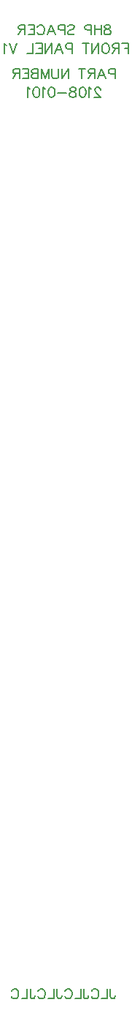
<source format=gbo>
G04 Layer: BottomSilkscreenLayer*
G04 EasyEDA v6.5.29, 2023-07-18 11:26:45*
G04 4862ed4757ed486f9a68419d8781b586,5a6b42c53f6a479593ecc07194224c93,10*
G04 Gerber Generator version 0.2*
G04 Scale: 100 percent, Rotated: No, Reflected: No *
G04 Dimensions in millimeters *
G04 leading zeros omitted , absolute positions ,4 integer and 5 decimal *
%FSLAX45Y45*%
%MOMM*%

%ADD10C,0.2032*%

%LPD*%
D10*
X2781300Y11843189D02*
G01*
X2781300Y11728645D01*
X2781300Y11843189D02*
G01*
X2710390Y11843189D01*
X2781300Y11788645D02*
G01*
X2737662Y11788645D01*
X2674391Y11843189D02*
G01*
X2674391Y11728645D01*
X2674391Y11843189D02*
G01*
X2625300Y11843189D01*
X2608935Y11837736D01*
X2603482Y11832282D01*
X2598028Y11821373D01*
X2598028Y11810464D01*
X2603482Y11799554D01*
X2608935Y11794098D01*
X2625300Y11788645D01*
X2674391Y11788645D01*
X2636210Y11788645D02*
G01*
X2598028Y11728645D01*
X2529301Y11843189D02*
G01*
X2540210Y11837736D01*
X2551117Y11826826D01*
X2556573Y11815917D01*
X2562026Y11799554D01*
X2562026Y11772282D01*
X2556573Y11755917D01*
X2551117Y11745008D01*
X2540210Y11734098D01*
X2529301Y11728645D01*
X2507482Y11728645D01*
X2496573Y11734098D01*
X2485664Y11745008D01*
X2480210Y11755917D01*
X2474755Y11772282D01*
X2474755Y11799554D01*
X2480210Y11815917D01*
X2485664Y11826826D01*
X2496573Y11837736D01*
X2507482Y11843189D01*
X2529301Y11843189D01*
X2438755Y11843189D02*
G01*
X2438755Y11728645D01*
X2438755Y11843189D02*
G01*
X2362390Y11728645D01*
X2362390Y11843189D02*
G01*
X2362390Y11728645D01*
X2288209Y11843189D02*
G01*
X2288209Y11728645D01*
X2326391Y11843189D02*
G01*
X2250028Y11843189D01*
X2130028Y11843189D02*
G01*
X2130028Y11728645D01*
X2130028Y11843189D02*
G01*
X2080938Y11843189D01*
X2064572Y11837736D01*
X2059119Y11832282D01*
X2053666Y11821373D01*
X2053666Y11805008D01*
X2059119Y11794098D01*
X2064572Y11788645D01*
X2080938Y11783189D01*
X2130028Y11783189D01*
X1974029Y11843189D02*
G01*
X2017664Y11728645D01*
X1974029Y11843189D02*
G01*
X1930392Y11728645D01*
X2001301Y11766826D02*
G01*
X1946755Y11766826D01*
X1894392Y11843189D02*
G01*
X1894392Y11728645D01*
X1894392Y11843189D02*
G01*
X1818030Y11728645D01*
X1818030Y11843189D02*
G01*
X1818030Y11728645D01*
X1782028Y11843189D02*
G01*
X1782028Y11728645D01*
X1782028Y11843189D02*
G01*
X1711119Y11843189D01*
X1782028Y11788645D02*
G01*
X1738393Y11788645D01*
X1782028Y11728645D02*
G01*
X1711119Y11728645D01*
X1675119Y11843189D02*
G01*
X1675119Y11728645D01*
X1675119Y11728645D02*
G01*
X1609666Y11728645D01*
X1489666Y11843189D02*
G01*
X1446029Y11728645D01*
X1402392Y11843189D02*
G01*
X1446029Y11728645D01*
X1366393Y11821373D02*
G01*
X1355483Y11826826D01*
X1339121Y11843189D01*
X1339121Y11728645D01*
X2628900Y11551089D02*
G01*
X2628900Y11436545D01*
X2628900Y11551089D02*
G01*
X2579809Y11551089D01*
X2563446Y11545636D01*
X2557990Y11540182D01*
X2552537Y11529273D01*
X2552537Y11512908D01*
X2557990Y11501998D01*
X2563446Y11496545D01*
X2579809Y11491089D01*
X2628900Y11491089D01*
X2472900Y11551089D02*
G01*
X2516535Y11436545D01*
X2472900Y11551089D02*
G01*
X2429263Y11436545D01*
X2500172Y11474726D02*
G01*
X2445628Y11474726D01*
X2393264Y11551089D02*
G01*
X2393264Y11436545D01*
X2393264Y11551089D02*
G01*
X2344173Y11551089D01*
X2327810Y11545636D01*
X2322355Y11540182D01*
X2316901Y11529273D01*
X2316901Y11518364D01*
X2322355Y11507454D01*
X2327810Y11501998D01*
X2344173Y11496545D01*
X2393264Y11496545D01*
X2355082Y11496545D02*
G01*
X2316901Y11436545D01*
X2242718Y11551089D02*
G01*
X2242718Y11436545D01*
X2280899Y11551089D02*
G01*
X2204537Y11551089D01*
X2084537Y11551089D02*
G01*
X2084537Y11436545D01*
X2084537Y11551089D02*
G01*
X2008174Y11436545D01*
X2008174Y11551089D02*
G01*
X2008174Y11436545D01*
X1972172Y11551089D02*
G01*
X1972172Y11469273D01*
X1966719Y11452908D01*
X1955810Y11441998D01*
X1939447Y11436545D01*
X1928538Y11436545D01*
X1912172Y11441998D01*
X1901266Y11452908D01*
X1895810Y11469273D01*
X1895810Y11551089D01*
X1859810Y11551089D02*
G01*
X1859810Y11436545D01*
X1859810Y11551089D02*
G01*
X1816173Y11436545D01*
X1772538Y11551089D02*
G01*
X1816173Y11436545D01*
X1772538Y11551089D02*
G01*
X1772538Y11436545D01*
X1736537Y11551089D02*
G01*
X1736537Y11436545D01*
X1736537Y11551089D02*
G01*
X1687446Y11551089D01*
X1671083Y11545636D01*
X1665630Y11540182D01*
X1660174Y11529273D01*
X1660174Y11518364D01*
X1665630Y11507454D01*
X1671083Y11501998D01*
X1687446Y11496545D01*
X1736537Y11496545D02*
G01*
X1687446Y11496545D01*
X1671083Y11491089D01*
X1665630Y11485636D01*
X1660174Y11474726D01*
X1660174Y11458364D01*
X1665630Y11447454D01*
X1671083Y11441998D01*
X1687446Y11436545D01*
X1736537Y11436545D01*
X1624175Y11551089D02*
G01*
X1624175Y11436545D01*
X1624175Y11551089D02*
G01*
X1553265Y11551089D01*
X1624175Y11496545D02*
G01*
X1580537Y11496545D01*
X1624175Y11436545D02*
G01*
X1553265Y11436545D01*
X1517266Y11551089D02*
G01*
X1517266Y11436545D01*
X1517266Y11551089D02*
G01*
X1468175Y11551089D01*
X1451810Y11545636D01*
X1446357Y11540182D01*
X1440901Y11529273D01*
X1440901Y11518364D01*
X1446357Y11507454D01*
X1451810Y11501998D01*
X1468175Y11496545D01*
X1517266Y11496545D01*
X1479085Y11496545D02*
G01*
X1440901Y11436545D01*
X2458346Y11307917D02*
G01*
X2458346Y11313373D01*
X2452890Y11324282D01*
X2447437Y11329736D01*
X2436528Y11335189D01*
X2414709Y11335189D01*
X2403800Y11329736D01*
X2398346Y11324282D01*
X2392890Y11313373D01*
X2392890Y11302464D01*
X2398346Y11291554D01*
X2409253Y11275189D01*
X2463800Y11220645D01*
X2387437Y11220645D01*
X2351435Y11313373D02*
G01*
X2340528Y11318826D01*
X2324163Y11335189D01*
X2324163Y11220645D01*
X2255436Y11335189D02*
G01*
X2271801Y11329736D01*
X2282710Y11313373D01*
X2288164Y11286099D01*
X2288164Y11269736D01*
X2282710Y11242464D01*
X2271801Y11226099D01*
X2255436Y11220645D01*
X2244526Y11220645D01*
X2228164Y11226099D01*
X2217254Y11242464D01*
X2211800Y11269736D01*
X2211800Y11286099D01*
X2217254Y11313373D01*
X2228164Y11329736D01*
X2244526Y11335189D01*
X2255436Y11335189D01*
X2148527Y11335189D02*
G01*
X2164890Y11329736D01*
X2170346Y11318826D01*
X2170346Y11307917D01*
X2164890Y11297008D01*
X2153983Y11291554D01*
X2132164Y11286099D01*
X2115799Y11280645D01*
X2104890Y11269736D01*
X2099436Y11258826D01*
X2099436Y11242464D01*
X2104890Y11231554D01*
X2110346Y11226099D01*
X2126708Y11220645D01*
X2148527Y11220645D01*
X2164890Y11226099D01*
X2170346Y11231554D01*
X2175799Y11242464D01*
X2175799Y11258826D01*
X2170346Y11269736D01*
X2159436Y11280645D01*
X2143074Y11286099D01*
X2121255Y11291554D01*
X2110346Y11297008D01*
X2104890Y11307917D01*
X2104890Y11318826D01*
X2110346Y11329736D01*
X2126708Y11335189D01*
X2148527Y11335189D01*
X2063437Y11269736D02*
G01*
X1965256Y11269736D01*
X1896529Y11335189D02*
G01*
X1912891Y11329736D01*
X1923801Y11313373D01*
X1929254Y11286099D01*
X1929254Y11269736D01*
X1923801Y11242464D01*
X1912891Y11226099D01*
X1896529Y11220645D01*
X1885619Y11220645D01*
X1869254Y11226099D01*
X1858347Y11242464D01*
X1852891Y11269736D01*
X1852891Y11286099D01*
X1858347Y11313373D01*
X1869254Y11329736D01*
X1885619Y11335189D01*
X1896529Y11335189D01*
X1816892Y11313373D02*
G01*
X1805983Y11318826D01*
X1789620Y11335189D01*
X1789620Y11220645D01*
X1720893Y11335189D02*
G01*
X1737255Y11329736D01*
X1748165Y11313373D01*
X1753618Y11286099D01*
X1753618Y11269736D01*
X1748165Y11242464D01*
X1737255Y11226099D01*
X1720893Y11220645D01*
X1709983Y11220645D01*
X1693618Y11226099D01*
X1682711Y11242464D01*
X1677255Y11269736D01*
X1677255Y11286099D01*
X1682711Y11313373D01*
X1693618Y11329736D01*
X1709983Y11335189D01*
X1720893Y11335189D01*
X1641256Y11313373D02*
G01*
X1630347Y11318826D01*
X1613984Y11335189D01*
X1613984Y11220645D01*
X2574290Y908557D02*
G01*
X2574290Y821181D01*
X2579877Y804926D01*
X2585211Y799337D01*
X2596134Y794004D01*
X2607056Y794004D01*
X2617977Y799337D01*
X2623565Y804926D01*
X2628900Y821181D01*
X2628900Y832104D01*
X2538475Y908557D02*
G01*
X2538475Y794004D01*
X2538475Y794004D02*
G01*
X2472943Y794004D01*
X2355088Y881126D02*
G01*
X2360422Y892047D01*
X2371343Y902970D01*
X2382265Y908557D01*
X2404109Y908557D01*
X2415031Y902970D01*
X2425954Y892047D01*
X2431541Y881126D01*
X2436875Y864870D01*
X2436875Y837692D01*
X2431541Y821181D01*
X2425954Y810260D01*
X2415031Y799337D01*
X2404109Y794004D01*
X2382265Y794004D01*
X2371343Y799337D01*
X2360422Y810260D01*
X2355088Y821181D01*
X2264663Y908557D02*
G01*
X2264663Y821181D01*
X2269997Y804926D01*
X2275331Y799337D01*
X2286254Y794004D01*
X2297175Y794004D01*
X2308097Y799337D01*
X2313686Y804926D01*
X2319020Y821181D01*
X2319020Y832104D01*
X2228595Y908557D02*
G01*
X2228595Y794004D01*
X2228595Y794004D02*
G01*
X2163063Y794004D01*
X2045208Y881126D02*
G01*
X2050795Y892047D01*
X2061718Y902970D01*
X2072640Y908557D01*
X2094229Y908557D01*
X2105152Y902970D01*
X2116074Y892047D01*
X2121661Y881126D01*
X2126995Y864870D01*
X2126995Y837692D01*
X2121661Y821181D01*
X2116074Y810260D01*
X2105152Y799337D01*
X2094229Y794004D01*
X2072640Y794004D01*
X2061718Y799337D01*
X2050795Y810260D01*
X2045208Y821181D01*
X1954784Y908557D02*
G01*
X1954784Y821181D01*
X1960118Y804926D01*
X1965706Y799337D01*
X1976627Y794004D01*
X1987550Y794004D01*
X1998472Y799337D01*
X2003806Y804926D01*
X2009140Y821181D01*
X2009140Y832104D01*
X1918715Y908557D02*
G01*
X1918715Y794004D01*
X1918715Y794004D02*
G01*
X1853184Y794004D01*
X1735327Y881126D02*
G01*
X1740915Y892047D01*
X1751838Y902970D01*
X1762759Y908557D01*
X1784604Y908557D01*
X1795525Y902970D01*
X1806447Y892047D01*
X1811781Y881126D01*
X1817370Y864870D01*
X1817370Y837692D01*
X1811781Y821181D01*
X1806447Y810260D01*
X1795525Y799337D01*
X1784604Y794004D01*
X1762759Y794004D01*
X1751838Y799337D01*
X1740915Y810260D01*
X1735327Y821181D01*
X1644904Y908557D02*
G01*
X1644904Y821181D01*
X1650238Y804926D01*
X1655825Y799337D01*
X1666747Y794004D01*
X1677670Y794004D01*
X1688591Y799337D01*
X1693925Y804926D01*
X1699513Y821181D01*
X1699513Y832104D01*
X1608836Y908557D02*
G01*
X1608836Y794004D01*
X1608836Y794004D02*
G01*
X1543558Y794004D01*
X1425702Y881126D02*
G01*
X1431036Y892047D01*
X1441958Y902970D01*
X1452879Y908557D01*
X1474724Y908557D01*
X1485645Y902970D01*
X1496568Y892047D01*
X1501902Y881126D01*
X1507490Y864870D01*
X1507490Y837692D01*
X1501902Y821181D01*
X1496568Y810260D01*
X1485645Y799337D01*
X1474724Y794004D01*
X1452879Y794004D01*
X1441958Y799337D01*
X1431036Y810260D01*
X1425702Y821181D01*
X2550828Y12059089D02*
G01*
X2567190Y12053636D01*
X2572646Y12042726D01*
X2572646Y12031817D01*
X2567190Y12020908D01*
X2556281Y12015454D01*
X2534462Y12009999D01*
X2518100Y12004545D01*
X2507190Y11993636D01*
X2501737Y11982726D01*
X2501737Y11966364D01*
X2507190Y11955454D01*
X2512646Y11949999D01*
X2529009Y11944545D01*
X2550828Y11944545D01*
X2567190Y11949999D01*
X2572646Y11955454D01*
X2578100Y11966364D01*
X2578100Y11982726D01*
X2572646Y11993636D01*
X2561737Y12004545D01*
X2545372Y12009999D01*
X2523553Y12015454D01*
X2512646Y12020908D01*
X2507190Y12031817D01*
X2507190Y12042726D01*
X2512646Y12053636D01*
X2529009Y12059089D01*
X2550828Y12059089D01*
X2465735Y12059089D02*
G01*
X2465735Y11944545D01*
X2389372Y12059089D02*
G01*
X2389372Y11944545D01*
X2465735Y12004545D02*
G01*
X2389372Y12004545D01*
X2353373Y12059089D02*
G01*
X2353373Y11944545D01*
X2353373Y12059089D02*
G01*
X2304282Y12059089D01*
X2287917Y12053636D01*
X2282464Y12048182D01*
X2277010Y12037273D01*
X2277010Y12020908D01*
X2282464Y12009999D01*
X2287917Y12004545D01*
X2304282Y11999089D01*
X2353373Y11999089D01*
X2080646Y12042726D02*
G01*
X2091555Y12053636D01*
X2107918Y12059089D01*
X2129736Y12059089D01*
X2146101Y12053636D01*
X2157011Y12042726D01*
X2157011Y12031817D01*
X2151555Y12020908D01*
X2146101Y12015454D01*
X2135192Y12009999D01*
X2102464Y11999089D01*
X2091555Y11993636D01*
X2086102Y11988182D01*
X2080646Y11977273D01*
X2080646Y11960908D01*
X2091555Y11949999D01*
X2107918Y11944545D01*
X2129736Y11944545D01*
X2146101Y11949999D01*
X2157011Y11960908D01*
X2044646Y12059089D02*
G01*
X2044646Y11944545D01*
X2044646Y12059089D02*
G01*
X1995556Y12059089D01*
X1979190Y12053636D01*
X1973737Y12048182D01*
X1968284Y12037273D01*
X1968284Y12020908D01*
X1973737Y12009999D01*
X1979190Y12004545D01*
X1995556Y11999089D01*
X2044646Y11999089D01*
X1888647Y12059089D02*
G01*
X1932282Y11944545D01*
X1888647Y12059089D02*
G01*
X1845010Y11944545D01*
X1915919Y11982726D02*
G01*
X1861372Y11982726D01*
X1727192Y12031817D02*
G01*
X1732648Y12042726D01*
X1743555Y12053636D01*
X1754464Y12059089D01*
X1776282Y12059089D01*
X1787192Y12053636D01*
X1798101Y12042726D01*
X1803554Y12031817D01*
X1809010Y12015454D01*
X1809010Y11988182D01*
X1803554Y11971817D01*
X1798101Y11960908D01*
X1787192Y11949999D01*
X1776282Y11944545D01*
X1754464Y11944545D01*
X1743555Y11949999D01*
X1732648Y11960908D01*
X1727192Y11971817D01*
X1691192Y12059089D02*
G01*
X1691192Y11944545D01*
X1691192Y12059089D02*
G01*
X1620283Y12059089D01*
X1691192Y12004545D02*
G01*
X1647555Y12004545D01*
X1691192Y11944545D02*
G01*
X1620283Y11944545D01*
X1584284Y12059089D02*
G01*
X1584284Y11944545D01*
X1584284Y12059089D02*
G01*
X1535193Y12059089D01*
X1518828Y12053636D01*
X1513375Y12048182D01*
X1507919Y12037273D01*
X1507919Y12026364D01*
X1513375Y12015454D01*
X1518828Y12009999D01*
X1535193Y12004545D01*
X1584284Y12004545D01*
X1546103Y12004545D02*
G01*
X1507919Y11944545D01*
M02*

</source>
